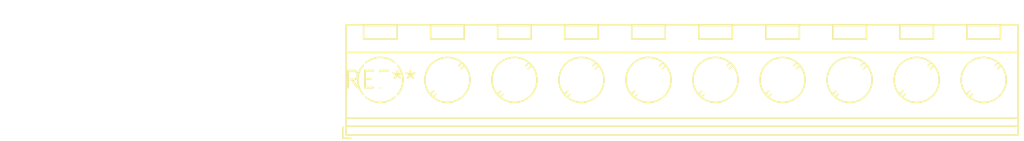
<source format=kicad_pcb>
(kicad_pcb (version 20240108) (generator pcbnew)
  (layers (0 "F.Cu" signal) (31 "B.Cu" signal) (34 "B.Paste" user) (35 "F.Paste" user) (36 "B.SilkS" user "B.Silkscreen") (37 "F.SilkS" user "F.Silkscreen") (38 "B.Mask" user) (39 "F.Mask" user) (44 "Edge.Cuts" user))
  (net 0 "")
  (footprint "TerminalBlock_RND_205-00053_1x10_P5.00mm_Horizontal" (layer "F.Cu") (at 0 0)
    (property "Reference" "REF**")
    (property "Value" "TerminalBlock_RND_205-00053_1x10_P5.00mm_Horizontal")
    (fp_line (start -2.8 3.51) (end -2.8 4.35) (layer "F.SilkS") (stroke (width 0.12)))
    (fp_line (start -2.8 4.35) (end -2.2 4.35) (layer "F.SilkS") (stroke (width 0.12)))
    (fp_line (start -2.56 -4.11) (end -2.56 4.11) (layer "F.SilkS") (stroke (width 0.12)))
    (fp_line (start -2.56 -4.11) (end 47.56 -4.11) (layer "F.SilkS") (stroke (width 0.12)))
    (fp_line (start -2.56 -2.05) (end 47.56 -2.05) (layer "F.SilkS") (stroke (width 0.12)))
    (fp_line (start -2.56 2.85) (end 47.56 2.85) (layer "F.SilkS") (stroke (width 0.12)))
    (fp_line (start -2.56 3.45) (end 47.56 3.45) (layer "F.SilkS") (stroke (width 0.12)))
    (fp_line (start -2.56 4.11) (end 47.56 4.11) (layer "F.SilkS") (stroke (width 0.12)))
    (fp_line (start -1.25 -4.05) (end -1.25 -3.05) (layer "F.SilkS") (stroke (width 0.12)))
    (fp_line (start -1.25 -4.05) (end 1.25 -4.05) (layer "F.SilkS") (stroke (width 0.12)))
    (fp_line (start -1.25 -3.05) (end 1.25 -3.05) (layer "F.SilkS") (stroke (width 0.12)))
    (fp_line (start 1.25 -4.05) (end 1.25 -3.05) (layer "F.SilkS") (stroke (width 0.12)))
    (fp_line (start 3.75 -4.05) (end 3.75 -3.05) (layer "F.SilkS") (stroke (width 0.12)))
    (fp_line (start 3.75 -4.05) (end 6.25 -4.05) (layer "F.SilkS") (stroke (width 0.12)))
    (fp_line (start 3.75 -3.05) (end 6.25 -3.05) (layer "F.SilkS") (stroke (width 0.12)))
    (fp_line (start 3.972 0.823) (end 3.726 1.069) (layer "F.SilkS") (stroke (width 0.12)))
    (fp_line (start 4.13 1.075) (end 3.931 1.274) (layer "F.SilkS") (stroke (width 0.12)))
    (fp_line (start 6.07 -1.275) (end 5.859 -1.064) (layer "F.SilkS") (stroke (width 0.12)))
    (fp_line (start 6.25 -4.05) (end 6.25 -3.05) (layer "F.SilkS") (stroke (width 0.12)))
    (fp_line (start 6.275 -1.069) (end 6.029 -0.823) (layer "F.SilkS") (stroke (width 0.12)))
    (fp_line (start 8.75 -4.05) (end 8.75 -3.05) (layer "F.SilkS") (stroke (width 0.12)))
    (fp_line (start 8.75 -4.05) (end 11.25 -4.05) (layer "F.SilkS") (stroke (width 0.12)))
    (fp_line (start 8.75 -3.05) (end 11.25 -3.05) (layer "F.SilkS") (stroke (width 0.12)))
    (fp_line (start 8.972 0.823) (end 8.726 1.069) (layer "F.SilkS") (stroke (width 0.12)))
    (fp_line (start 9.13 1.075) (end 8.931 1.274) (layer "F.SilkS") (stroke (width 0.12)))
    (fp_line (start 11.07 -1.275) (end 10.859 -1.064) (layer "F.SilkS") (stroke (width 0.12)))
    (fp_line (start 11.25 -4.05) (end 11.25 -3.05) (layer "F.SilkS") (stroke (width 0.12)))
    (fp_line (start 11.275 -1.069) (end 11.029 -0.823) (layer "F.SilkS") (stroke (width 0.12)))
    (fp_line (start 13.75 -4.05) (end 13.75 -3.05) (layer "F.SilkS") (stroke (width 0.12)))
    (fp_line (start 13.75 -4.05) (end 16.25 -4.05) (layer "F.SilkS") (stroke (width 0.12)))
    (fp_line (start 13.75 -3.05) (end 16.25 -3.05) (layer "F.SilkS") (stroke (width 0.12)))
    (fp_line (start 13.972 0.823) (end 13.726 1.069) (layer "F.SilkS") (stroke (width 0.12)))
    (fp_line (start 14.13 1.075) (end 13.931 1.274) (layer "F.SilkS") (stroke (width 0.12)))
    (fp_line (start 16.07 -1.275) (end 15.859 -1.064) (layer "F.SilkS") (stroke (width 0.12)))
    (fp_line (start 16.25 -4.05) (end 16.25 -3.05) (layer "F.SilkS") (stroke (width 0.12)))
    (fp_line (start 16.275 -1.069) (end 16.029 -0.823) (layer "F.SilkS") (stroke (width 0.12)))
    (fp_line (start 18.75 -4.05) (end 18.75 -3.05) (layer "F.SilkS") (stroke (width 0.12)))
    (fp_line (start 18.75 -4.05) (end 21.25 -4.05) (layer "F.SilkS") (stroke (width 0.12)))
    (fp_line (start 18.75 -3.05) (end 21.25 -3.05) (layer "F.SilkS") (stroke (width 0.12)))
    (fp_line (start 18.972 0.823) (end 18.726 1.069) (layer "F.SilkS") (stroke (width 0.12)))
    (fp_line (start 19.13 1.075) (end 18.931 1.274) (layer "F.SilkS") (stroke (width 0.12)))
    (fp_line (start 21.07 -1.275) (end 20.859 -1.064) (layer "F.SilkS") (stroke (width 0.12)))
    (fp_line (start 21.25 -4.05) (end 21.25 -3.05) (layer "F.SilkS") (stroke (width 0.12)))
    (fp_line (start 21.275 -1.069) (end 21.029 -0.823) (layer "F.SilkS") (stroke (width 0.12)))
    (fp_line (start 23.75 -4.05) (end 23.75 -3.05) (layer "F.SilkS") (stroke (width 0.12)))
    (fp_line (start 23.75 -4.05) (end 26.25 -4.05) (layer "F.SilkS") (stroke (width 0.12)))
    (fp_line (start 23.75 -3.05) (end 26.25 -3.05) (layer "F.SilkS") (stroke (width 0.12)))
    (fp_line (start 23.972 0.823) (end 23.726 1.069) (layer "F.SilkS") (stroke (width 0.12)))
    (fp_line (start 24.13 1.075) (end 23.931 1.274) (layer "F.SilkS") (stroke (width 0.12)))
    (fp_line (start 26.07 -1.275) (end 25.859 -1.064) (layer "F.SilkS") (stroke (width 0.12)))
    (fp_line (start 26.25 -4.05) (end 26.25 -3.05) (layer "F.SilkS") (stroke (width 0.12)))
    (fp_line (start 26.275 -1.069) (end 26.029 -0.823) (layer "F.SilkS") (stroke (width 0.12)))
    (fp_line (start 28.75 -4.05) (end 28.75 -3.05) (layer "F.SilkS") (stroke (width 0.12)))
    (fp_line (start 28.75 -4.05) (end 31.25 -4.05) (layer "F.SilkS") (stroke (width 0.12)))
    (fp_line (start 28.75 -3.05) (end 31.25 -3.05) (layer "F.SilkS") (stroke (width 0.12)))
    (fp_line (start 28.972 0.823) (end 28.726 1.069) (layer "F.SilkS") (stroke (width 0.12)))
    (fp_line (start 29.13 1.075) (end 28.931 1.274) (layer "F.SilkS") (stroke (width 0.12)))
    (fp_line (start 31.07 -1.275) (end 30.859 -1.064) (layer "F.SilkS") (stroke (width 0.12)))
    (fp_line (start 31.25 -4.05) (end 31.25 -3.05) (layer "F.SilkS") (stroke (width 0.12)))
    (fp_line (start 31.275 -1.069) (end 31.029 -0.823) (layer "F.SilkS") (stroke (width 0.12)))
    (fp_line (start 33.75 -4.05) (end 33.75 -3.05) (layer "F.SilkS") (stroke (width 0.12)))
    (fp_line (start 33.75 -4.05) (end 36.25 -4.05) (layer "F.SilkS") (stroke (width 0.12)))
    (fp_line (start 33.75 -3.05) (end 36.25 -3.05) (layer "F.SilkS") (stroke (width 0.12)))
    (fp_line (start 33.972 0.823) (end 33.726 1.069) (layer "F.SilkS") (stroke (width 0.12)))
    (fp_line (start 34.13 1.075) (end 33.931 1.274) (layer "F.SilkS") (stroke (width 0.12)))
    (fp_line (start 36.07 -1.275) (end 35.859 -1.064) (layer "F.SilkS") (stroke (width 0.12)))
    (fp_line (start 36.25 -4.05) (end 36.25 -3.05) (layer "F.SilkS") (stroke (width 0.12)))
    (fp_line (start 36.275 -1.069) (end 36.029 -0.823) (layer "F.SilkS") (stroke (width 0.12)))
    (fp_line (start 38.75 -4.05) (end 38.75 -3.05) (layer "F.SilkS") (stroke (width 0.12)))
    (fp_line (start 38.75 -4.05) (end 41.25 -4.05) (layer "F.SilkS") (stroke (width 0.12)))
    (fp_line (start 38.75 -3.05) (end 41.25 -3.05) (layer "F.SilkS") (stroke (width 0.12)))
    (fp_line (start 38.972 0.823) (end 38.726 1.069) (layer "F.SilkS") (stroke (width 0.12)))
    (fp_line (start 39.13 1.075) (end 38.931 1.274) (layer "F.SilkS") (stroke (width 0.12)))
    (fp_line (start 41.07 -1.275) (end 40.859 -1.064) (layer "F.SilkS") (stroke (width 0.12)))
    (fp_line (start 41.25 -4.05) (end 41.25 -3.05) (layer "F.SilkS") (stroke (width 0.12)))
    (fp_line (start 41.275 -1.069) (end 41.029 -0.823) (layer "F.SilkS") (stroke (width 0.12)))
    (fp_line (start 43.75 -4.05) (end 43.75 -3.05) (layer "F.SilkS") (stroke (width 0.12)))
    (fp_line (start 43.75 -4.05) (end 46.25 -4.05) (layer "F.SilkS") (stroke (width 0.12)))
    (fp_line (start 43.75 -3.05) (end 46.25 -3.05) (layer "F.SilkS") (stroke (width 0.12)))
    (fp_line (start 43.972 0.823) (end 43.726 1.069) (layer "F.SilkS") (stroke (width 0.12)))
    (fp_line (start 44.13 1.075) (end 43.931 1.274) (layer "F.SilkS") (stroke (width 0.12)))
    (fp_line (start 46.07 -1.275) (end 45.859 -1.064) (layer "F.SilkS") (stroke (width 0.12)))
    (fp_line (start 46.25 -4.05) (end 46.25 -3.05) (layer "F.SilkS") (stroke (width 0.12)))
    (fp_line (start 46.275 -1.069) (end 46.029 -0.823) (layer "F.SilkS") (stroke (width 0.12)))
    (fp_line (start 47.56 -4.11) (end 47.56 4.11) (layer "F.SilkS") (stroke (width 0.12)))
    (fp_arc (start -1.288062 1.079734) (mid -1.680752 -0.000826) (end -1.287 -1.081) (layer "F.SilkS") (stroke (width 0.12)))
    (fp_arc (start -1.079908 -1.287078) (mid 6e-05 -1.68011) (end 1.08 -1.287) (layer "F.SilkS") (stroke (width 0.12)))
    (fp_arc (start 0.028507 1.680511) (mid -0.561826 1.584071) (end -1.081 1.287) (layer "F.SilkS") (stroke (width 0.12)))
    (fp_arc (start 1.079883 1.286955) (mid 0.574594 1.578684) (end 0 1.68) (layer "F.SilkS") (stroke (width 0.12)))
    (fp_arc (start 1.287078 -1.079908) (mid 1.68011 6e-05) (end 1.287 1.08) (layer "F.SilkS") (stroke (width 0.12)))
    (fp_circle (center 5 0) (end 6.68 0) (layer "F.SilkS") (stroke (width 0.12)) (fill none))
    (fp_circle (center 10 0) (end 11.68 0) (layer "F.SilkS") (stroke (width 0.12)) (fill none))
    (fp_circle (center 15 0) (end 16.68 0) (layer "F.SilkS") (stroke (width 0.12)) (fill none))
    (fp_circle (center 20 0) (end 21.68 0) (layer "F.SilkS") (stroke (width 0.12)) (fill none))
    (fp_circle (center 25 0) (end 26.68 0) (layer "F.SilkS") (stroke (width 0.12)) (fill none))
    (fp_circle (center 30 0) (end 31.68 0) (layer "F.SilkS") (stroke (width 0.12)) (fill none))
    (fp_circle (center 35 0) (end 36.68 0) (layer "F.SilkS") (stroke (width 0.12)) (fill none))
    (fp_circle (center 40 0) (end 41.68 0) (layer "F.SilkS") (stroke (width 0.12)) (fill none))
    (fp_circle (center 45 0) (end 46.68 0) (layer "F.SilkS") (stroke (width 0.12)) (fill none))
    (pad "1" thru_hole rect (at 0 0) (size 2.1 2.1) (drill 1.1) (layers *.Cu *.Mask) (remove_unused_layers))
    (pad "2" thru_hole circle (at 5 0) (size 2.1 2.1) (drill 1.1) (layers *.Cu *.Mask) (remove_unused_layers))
    (pad "3" thru_hole circle (at 10 0) (size 2.1 2.1) (drill 1.1) (layers *.Cu *.Mask) (remove_unused_layers))
    (pad "4" thru_hole circle (at 15 0) (size 2.1 2.1) (drill 1.1) (layers *.Cu *.Mask) (remove_unused_layers))
    (pad "5" thru_hole circle (at 20 0) (size 2.1 2.1) (drill 1.1) (layers *.Cu *.Mask) (remove_unused_layers))
    (pad "6" thru_hole circle (at 25 0) (size 2.1 2.1) (drill 1.1) (layers *.Cu *.Mask) (remove_unused_layers))
    (pad "7" thru_hole circle (at 30 0) (size 2.1 2.1) (drill 1.1) (layers *.Cu *.Mask) (remove_unused_layers))
    (pad "8" thru_hole circle (at 35 0) (size 2.1 2.1) (drill 1.1) (layers *.Cu *.Mask) (remove_unused_layers))
    (pad "9" thru_hole circle (at 40 0) (size 2.1 2.1) (drill 1.1) (layers *.Cu *.Mask) (remove_unused_layers))
    (pad "10" thru_hole circle (at 45 0) (size 2.1 2.1) (drill 1.1) (layers *.Cu *.Mask) (remove_unused_layers))
  )
)
</source>
